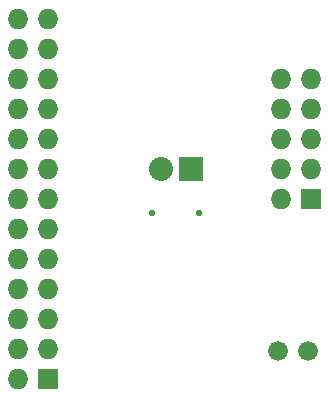
<source format=gbr>
G04 #@! TF.FileFunction,Soldermask,Bot*
%FSLAX46Y46*%
G04 Gerber Fmt 4.6, Leading zero omitted, Abs format (unit mm)*
G04 Created by KiCad (PCBNEW 4.0.1-stable) date 7/2/2016 9:29:48 PM*
%MOMM*%
G01*
G04 APERTURE LIST*
%ADD10C,0.150000*%
%ADD11C,0.550000*%
%ADD12R,1.727200X1.727200*%
%ADD13O,1.727200X1.727200*%
%ADD14R,2.032000X2.032000*%
%ADD15O,2.032000X2.032000*%
%ADD16C,1.676400*%
G04 APERTURE END LIST*
D10*
D11*
X13240000Y-18305000D03*
X17240000Y-18305000D03*
D12*
X4445000Y-32385000D03*
D13*
X1905000Y-32385000D03*
X4445000Y-29845000D03*
X1905000Y-29845000D03*
X4445000Y-27305000D03*
X1905000Y-27305000D03*
X4445000Y-24765000D03*
X1905000Y-24765000D03*
X4445000Y-22225000D03*
X1905000Y-22225000D03*
X4445000Y-19685000D03*
X1905000Y-19685000D03*
X4445000Y-17145000D03*
X1905000Y-17145000D03*
X4445000Y-14605000D03*
X1905000Y-14605000D03*
X4445000Y-12065000D03*
X1905000Y-12065000D03*
X4445000Y-9525000D03*
X1905000Y-9525000D03*
X4445000Y-6985000D03*
X1905000Y-6985000D03*
X4445000Y-4445000D03*
X1905000Y-4445000D03*
X4445000Y-1905000D03*
X1905000Y-1905000D03*
D12*
X26670000Y-17145000D03*
D13*
X24130000Y-17145000D03*
X26670000Y-14605000D03*
X24130000Y-14605000D03*
X26670000Y-12065000D03*
X24130000Y-12065000D03*
X26670000Y-9525000D03*
X24130000Y-9525000D03*
X26670000Y-6985000D03*
X24130000Y-6985000D03*
D14*
X16510000Y-14605000D03*
D15*
X13970000Y-14605000D03*
D16*
X23876000Y-29972000D03*
X26416000Y-29972000D03*
M02*

</source>
